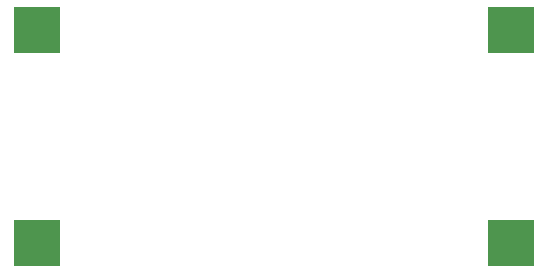
<source format=gbp>
G04*
G04 #@! TF.GenerationSoftware,Altium Limited,Altium Designer,21.6.4 (81)*
G04*
G04 Layer_Color=128*
%FSLAX25Y25*%
%MOIN*%
G70*
G04*
G04 #@! TF.SameCoordinates,8F06FCA1-7B37-4D9B-8994-51CA7996DF63*
G04*
G04*
G04 #@! TF.FilePolarity,Positive*
G04*
G01*
G75*
%ADD41R,0.15748X0.15748*%
D41*
X-5535Y132433D02*
D03*
Y61567D02*
D03*
X152535D02*
D03*
Y132433D02*
D03*
M02*

</source>
